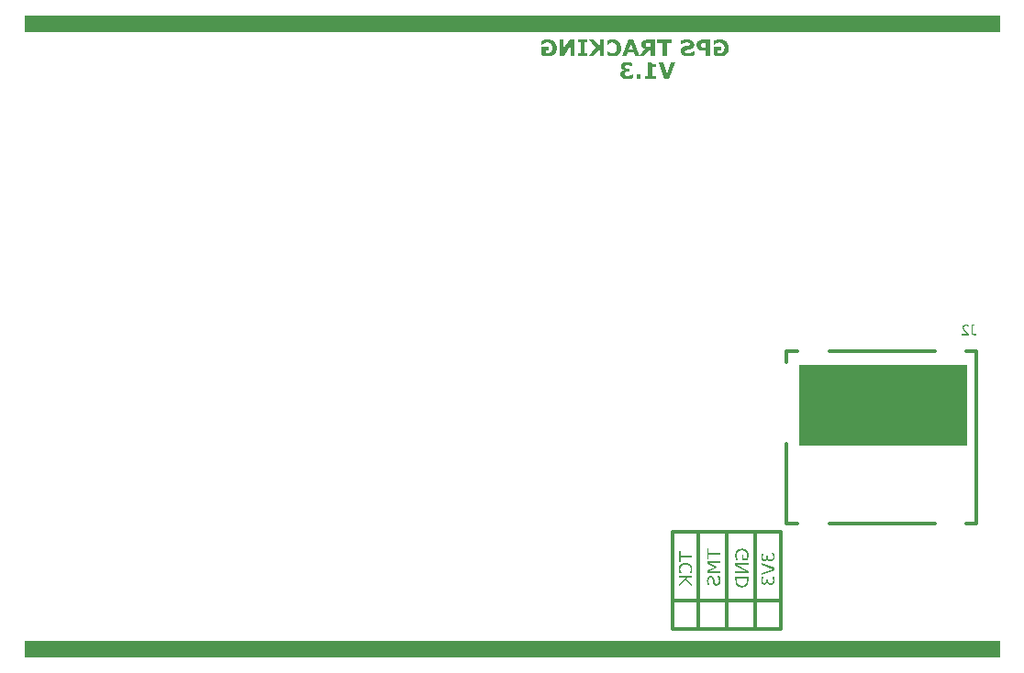
<source format=gbo>
G04 Layer_Color=32896*
%FSTAX24Y24*%
%MOIN*%
G70*
G01*
G75*
%ADD50C,0.0118*%
G36*
X037789Y038583D02*
X037637D01*
Y038774D01*
X037602Y038817D01*
X037427Y038583D01*
X03724D01*
X037481Y038898D01*
X037252Y039171D01*
X037428D01*
X037637Y038905D01*
Y039171D01*
X037789D01*
Y038583D01*
D02*
G37*
G36*
X051262Y028766D02*
X051182D01*
Y028546D01*
Y028539D01*
X051183Y028533D01*
Y028527D01*
X051183Y028522D01*
X051184Y028518D01*
Y028515D01*
X051185Y028513D01*
Y028512D01*
X051186Y028503D01*
X051188Y028498D01*
X051189Y028495D01*
X051191Y028491D01*
X051192Y02849D01*
X051193Y028488D01*
X051193Y028488D01*
X051196Y028484D01*
X051199Y028481D01*
X051206Y028477D01*
X051209Y028475D01*
X051212Y028474D01*
X051213Y028472D01*
X051214D01*
X05122Y028471D01*
X051226Y028469D01*
X051232Y028469D01*
X051237Y028468D01*
X051243Y028468D01*
X051251D01*
X051263Y028468D01*
X051268Y028469D01*
X051272Y028469D01*
X051277Y02847D01*
X05128Y028471D01*
X051282Y028471D01*
X051282D01*
X051292Y028474D01*
X051296Y028475D01*
X0513Y028476D01*
X051303Y028477D01*
X051306Y028478D01*
X051307Y028479D01*
X05131D01*
Y028431D01*
X051304Y028431D01*
X051299Y028429D01*
X051293Y028429D01*
X051288Y028428D01*
X051284Y028428D01*
X051279D01*
X051277Y028427D01*
X051276D01*
X051269Y028426D01*
X051263Y028426D01*
X051257Y028425D01*
X051253D01*
X051249Y028424D01*
X051244D01*
X051235Y028425D01*
X051226Y028426D01*
X05121Y028429D01*
X051196Y028433D01*
X051185Y028438D01*
X05118Y02844D01*
X051175Y028442D01*
X051172Y028445D01*
X051169Y028447D01*
X051166Y028448D01*
X051164Y02845D01*
X051164Y028451D01*
X051163D01*
X051157Y028456D01*
X051153Y028462D01*
X051149Y028468D01*
X051145Y028474D01*
X05114Y028487D01*
X051136Y0285D01*
X051134Y02851D01*
X051133Y028515D01*
Y028519D01*
X051132Y028522D01*
Y028525D01*
Y028527D01*
Y028527D01*
Y028806D01*
X051262D01*
Y028766D01*
D02*
G37*
G36*
X038134Y039182D02*
X038157Y039179D01*
X038178Y039177D01*
X038196Y039173D01*
X038212Y039168D01*
X038217Y039166D01*
X038223Y039165D01*
X038227Y039163D01*
X03823Y039162D01*
X038232Y039161D01*
X038233D01*
X038253Y039153D01*
X038271Y039143D01*
X038288Y039132D01*
X038301Y039123D01*
X038313Y039114D01*
X03832Y039107D01*
X038325Y039103D01*
X038327Y039101D01*
X038341Y039085D01*
X038354Y039068D01*
X038364Y039052D01*
X038373Y039036D01*
X03838Y039023D01*
X038385Y039012D01*
X038387Y039008D01*
X038388Y039006D01*
X038389Y039004D01*
Y039003D01*
X038395Y038981D01*
X0384Y038959D01*
X038404Y038937D01*
X038406Y038918D01*
X038408Y038901D01*
Y038894D01*
X038409Y038887D01*
Y038883D01*
Y038879D01*
Y038877D01*
Y038876D01*
X038408Y038849D01*
X038406Y038824D01*
X038402Y038801D01*
X038398Y038782D01*
X038396Y038773D01*
X038394Y038765D01*
X038392Y038759D01*
X03839Y038754D01*
X038389Y038749D01*
X038389Y038746D01*
X038388Y038744D01*
Y038743D01*
X038379Y038723D01*
X038368Y038704D01*
X038358Y038687D01*
X038348Y038674D01*
X038339Y038662D01*
X038332Y038654D01*
X038327Y038649D01*
X038325Y038647D01*
X03831Y038634D01*
X038293Y038622D01*
X038278Y038612D01*
X038263Y038604D01*
X038249Y038597D01*
X03824Y038593D01*
X038236Y038591D01*
X038233Y03859D01*
X038231Y038589D01*
X03823D01*
X038209Y038583D01*
X038188Y038578D01*
X038167Y038575D01*
X038148Y038573D01*
X038133Y038571D01*
X038126D01*
X038119Y03857D01*
X038093D01*
X038079Y038571D01*
X038068Y038572D01*
X038058Y038573D01*
X03805D01*
X038044Y038574D01*
X038041Y038575D01*
X03804D01*
X03802Y038579D01*
X038011Y038581D01*
X038002Y038583D01*
X037995Y038585D01*
X03799Y038586D01*
X037986Y038587D01*
X037985D01*
X03797Y038591D01*
X037962Y038594D01*
X037956Y038597D01*
X037951Y038599D01*
X037946Y038601D01*
X037945Y038602D01*
X037944D01*
X037928Y038609D01*
X037915Y038614D01*
X037909Y038616D01*
X037904Y038618D01*
X037901Y03862D01*
X0379D01*
Y038761D01*
X037917D01*
X037925Y038754D01*
X037935Y038746D01*
X037939Y038743D01*
X037942Y03874D01*
X037944Y038739D01*
X037945Y038738D01*
X037957Y03873D01*
X037969Y038722D01*
X037973Y038719D01*
X037977Y038716D01*
X037979Y038715D01*
X03798Y038714D01*
X037997Y038705D01*
X038006Y038701D01*
X038014Y038697D01*
X03802Y038695D01*
X038025Y038693D01*
X038029Y038691D01*
X03803D01*
X03805Y038686D01*
X038059Y038686D01*
X038068Y038685D01*
X038074Y038684D01*
X038085D01*
X038106Y038685D01*
X038116Y038686D01*
X038125Y038688D01*
X038133Y038689D01*
X038139Y038691D01*
X038142Y038692D01*
X038143D01*
X038154Y038696D01*
X038164Y038701D01*
X038173Y038707D01*
X038181Y038711D01*
X038187Y038716D01*
X038192Y03872D01*
X038195Y038723D01*
X038196Y038724D01*
X038205Y038733D01*
X038213Y038742D01*
X038219Y038752D01*
X038225Y038761D01*
X03823Y03877D01*
X038233Y038777D01*
X038235Y038781D01*
X038236Y038783D01*
X038241Y038797D01*
X038244Y038812D01*
X038247Y038829D01*
X038249Y038843D01*
X03825Y038856D01*
X038251Y038866D01*
Y03887D01*
Y038873D01*
Y038874D01*
Y038875D01*
X03825Y038894D01*
X038249Y038912D01*
X038246Y038928D01*
X038243Y038941D01*
X038241Y038952D01*
X038239Y038959D01*
X038238Y038964D01*
X038237Y038966D01*
X038231Y03898D01*
X038225Y038991D01*
X038218Y039002D01*
X038213Y03901D01*
X038207Y039017D01*
X038203Y039022D01*
X0382Y039025D01*
X038199Y039026D01*
X03819Y039033D01*
X038181Y039041D01*
X038172Y039047D01*
X038164Y039052D01*
X038157Y039055D01*
X038151Y039057D01*
X038147Y039059D01*
X038146D01*
X038136Y039063D01*
X038124Y039065D01*
X038115Y039067D01*
X038105Y039069D01*
X038096D01*
X038091Y03907D01*
X038085D01*
X038065Y039069D01*
X038055Y039067D01*
X038047Y039066D01*
X038041Y039064D01*
X038035Y039062D01*
X038032Y039061D01*
X038031D01*
X038013Y039055D01*
X038005Y039051D01*
X037998Y039047D01*
X037993Y039044D01*
X037988Y039041D01*
X037985Y03904D01*
X037984Y039039D01*
X03797Y03903D01*
X037963Y039026D01*
X037957Y039022D01*
X037953Y039018D01*
X037949Y039015D01*
X037947Y039014D01*
X037946Y039013D01*
X037935Y039005D01*
X037926Y038998D01*
X03792Y038994D01*
X037919Y038992D01*
X0379D01*
Y039134D01*
X037913Y03914D01*
X037925Y039146D01*
X037931Y039148D01*
X037935Y03915D01*
X037938Y039151D01*
X037939D01*
X037955Y039157D01*
X037963Y03916D01*
X03797Y039163D01*
X037977Y039165D01*
X037982Y039167D01*
X037986Y039168D01*
X037987D01*
X038006Y039173D01*
X038015Y039175D01*
X038023Y039176D01*
X038031Y039177D01*
X038037Y039178D01*
X038041Y039179D01*
X038042D01*
X038065Y039181D01*
X038076Y039182D01*
X038087D01*
X038095Y039183D01*
X038109D01*
X038134Y039182D01*
D02*
G37*
G36*
X036723Y038583D02*
X036584D01*
Y038986D01*
X036335Y038583D01*
X036188D01*
Y039171D01*
X036327D01*
Y038833D01*
X036542Y039171D01*
X036723D01*
Y038583D01*
D02*
G37*
G36*
X039526Y03833D02*
X039528Y038323D01*
X03953Y038317D01*
X039532Y038312D01*
X039534Y038308D01*
X039535Y038307D01*
X039536Y038306D01*
X03954Y0383D01*
X039544Y038295D01*
X039555Y038287D01*
X039559Y038284D01*
X039563Y038283D01*
X039566Y038281D01*
X039567D01*
X039581Y038275D01*
X039594Y038272D01*
X0396Y03827D01*
X039605D01*
X039609Y038269D01*
X03961D01*
X039629Y038267D01*
X039639D01*
X039646Y038266D01*
X039664D01*
Y03817D01*
X03954D01*
Y037859D01*
X039664D01*
Y037756D01*
X039272D01*
Y037859D01*
X039393D01*
Y038346D01*
X039523D01*
X039526Y03833D01*
D02*
G37*
G36*
X040162Y037756D02*
X039993D01*
X039778Y038344D01*
X039934D01*
X040076Y037932D01*
X040217Y038344D01*
X040377D01*
X040162Y037756D01*
D02*
G37*
G36*
X050951Y028813D02*
X050961Y028812D01*
X05097Y028811D01*
X050977Y028809D01*
X050983Y028808D01*
X050987Y028808D01*
X050988Y028807D01*
X050988D01*
X050999Y028804D01*
X051008Y028801D01*
X051016Y028798D01*
X051023Y028796D01*
X051028Y028793D01*
X051033Y028792D01*
X051035Y028791D01*
X051036Y02879D01*
Y028737D01*
X051033D01*
X051024Y028744D01*
X051015Y028749D01*
X051006Y028753D01*
X050998Y028756D01*
X050991Y028758D01*
X050986Y028761D01*
X050983Y028761D01*
X050982Y028762D01*
X050972Y028765D01*
X050963Y028767D01*
X050954Y028769D01*
X050947Y028769D01*
X05094Y02877D01*
X050935Y028771D01*
X050932D01*
X050919Y02877D01*
X050908Y028768D01*
X050899Y028765D01*
X050892Y028763D01*
X050886Y02876D01*
X050881Y028757D01*
X050878Y028755D01*
X050878Y028754D01*
X050871Y028747D01*
X050866Y02874D01*
X050863Y028732D01*
X05086Y028725D01*
X050859Y028718D01*
X050858Y028713D01*
Y028709D01*
Y028709D01*
Y028708D01*
X050859Y028696D01*
X050861Y028685D01*
X050864Y028675D01*
X050867Y028666D01*
X05087Y028659D01*
X050873Y028653D01*
X050876Y02865D01*
X050876Y028649D01*
Y028648D01*
X05088Y028643D01*
X050884Y028637D01*
X050894Y028625D01*
X050905Y028613D01*
X050916Y028601D01*
X050926Y02859D01*
X050931Y028586D01*
X050935Y028582D01*
X050938Y028578D01*
X050941Y028576D01*
X050942Y028575D01*
X050943Y028574D01*
X05096Y028557D01*
X050969Y028549D01*
X050976Y028543D01*
X050982Y028537D01*
X050988Y028532D01*
X050991Y02853D01*
X050991Y028528D01*
X050992D01*
X051002Y02852D01*
X051012Y028512D01*
X05102Y028504D01*
X051028Y028497D01*
X051035Y028491D01*
X051041Y028487D01*
X051044Y028484D01*
X051044Y028483D01*
X051045D01*
Y02843D01*
X050791D01*
Y028474D01*
X050993D01*
X050974Y02849D01*
X050965Y028497D01*
X050957Y028504D01*
X05095Y028511D01*
X050945Y028515D01*
X050941Y028518D01*
X05094Y028519D01*
X050929Y028528D01*
X050919Y028538D01*
X05091Y028547D01*
X050901Y028554D01*
X050894Y028561D01*
X050889Y028567D01*
X050885Y02857D01*
X050884Y028571D01*
X050877Y028578D01*
X050871Y028584D01*
X050865Y028589D01*
X05086Y028594D01*
X050857Y028599D01*
X050854Y028602D01*
X050852Y028603D01*
X050852Y028604D01*
X050843Y028616D01*
X050838Y028621D01*
X050835Y028626D01*
X050832Y028629D01*
X05083Y028633D01*
X050829Y028635D01*
X050828Y028635D01*
X050822Y028648D01*
X050819Y028654D01*
X050817Y028659D01*
X050815Y028664D01*
X050814Y028667D01*
X050812Y02867D01*
Y02867D01*
X050809Y028685D01*
X050808Y028691D01*
X050808Y028698D01*
X050807Y028702D01*
Y028707D01*
Y028709D01*
Y02871D01*
X050808Y028719D01*
X050808Y028728D01*
X050812Y028742D01*
X050817Y028755D01*
X050824Y028766D01*
X05083Y028775D01*
X050835Y028781D01*
X050837Y028783D01*
X050839Y028785D01*
X05084Y028786D01*
X05084D01*
X050846Y028791D01*
X050854Y028795D01*
X050868Y028803D01*
X050883Y028808D01*
X050897Y028811D01*
X050904Y028812D01*
X05091Y028813D01*
X050916Y028814D01*
X050921D01*
X050925Y028814D01*
X050941D01*
X050951Y028813D01*
D02*
G37*
G36*
X039121Y037756D02*
X038973D01*
Y037912D01*
X039121D01*
Y037756D01*
D02*
G37*
G36*
X039068Y038583D02*
X038915D01*
X038873Y038703D01*
X038659D01*
X038617Y038583D01*
X038459D01*
X038677Y039171D01*
X038851D01*
X039068Y038583D01*
D02*
G37*
G36*
X039636D02*
X039484D01*
Y038798D01*
X039415D01*
X039254Y038583D01*
X039069D01*
X039266Y038833D01*
X039246Y038844D01*
X039228Y038856D01*
X039214Y038867D01*
X039202Y038878D01*
X039192Y038887D01*
X039185Y038895D01*
X03918Y0389D01*
X039179Y038902D01*
X039169Y038918D01*
X039161Y038936D01*
X039156Y038954D01*
X039152Y038971D01*
X039151Y038985D01*
X03915Y038992D01*
X039149Y038998D01*
Y039002D01*
Y039006D01*
Y039007D01*
Y039008D01*
X03915Y039026D01*
X039152Y039041D01*
X039155Y039055D01*
X039158Y039066D01*
X039162Y039075D01*
X039166Y039081D01*
X039168Y039086D01*
X039169Y039087D01*
X039177Y039099D01*
X039185Y039108D01*
X039194Y039118D01*
X039202Y039125D01*
X03921Y039131D01*
X039216Y039135D01*
X03922Y039138D01*
X039222Y039139D01*
X039234Y039146D01*
X039247Y039152D01*
X039258Y039155D01*
X039269Y039159D01*
X039278Y039161D01*
X039285Y039163D01*
X03929Y039164D01*
X039292D01*
X039306Y039166D01*
X039322Y039168D01*
X039337Y039169D01*
X03935Y03917D01*
X039363Y039171D01*
X039636D01*
Y038583D01*
D02*
G37*
G36*
X040826Y03918D02*
X040846Y039179D01*
X040865Y039177D01*
X040882Y039173D01*
X0409Y039169D01*
X040915Y039165D01*
X040929Y03916D01*
X040942Y039155D01*
X040954Y03915D01*
X040964Y039145D01*
X040973Y039141D01*
X04098Y039137D01*
X040986Y039133D01*
X04099Y03913D01*
X040993Y039129D01*
X040994Y039129D01*
X041006Y039119D01*
X041018Y039108D01*
X041027Y039097D01*
X041036Y039086D01*
X041043Y039075D01*
X041049Y039063D01*
X041053Y039053D01*
X041057Y039042D01*
X041063Y039024D01*
X041065Y039015D01*
X041066Y039008D01*
Y039003D01*
X041067Y038999D01*
Y038996D01*
Y038995D01*
X041066Y038973D01*
X041062Y038953D01*
X041057Y038935D01*
X04105Y038921D01*
X041045Y038908D01*
X04104Y0389D01*
X041036Y038894D01*
X041035Y038893D01*
Y038892D01*
X041028Y038884D01*
X041021Y038878D01*
X041004Y038864D01*
X040987Y038854D01*
X040969Y038844D01*
X040952Y038836D01*
X040946Y038833D01*
X04094Y038832D01*
X040934Y03883D01*
X04093Y038828D01*
X040928Y038827D01*
X040927D01*
X040903Y03882D01*
X040892Y038817D01*
X040881Y038814D01*
X040873Y038812D01*
X040865Y03881D01*
X040861Y038809D01*
X040859D01*
X040846Y038807D01*
X040832Y038805D01*
X04082Y038802D01*
X040809Y0388D01*
X040801Y038798D01*
X040794Y038796D01*
X04079Y038795D01*
X040788D01*
X040778Y038792D01*
X040768Y038788D01*
X040759Y038784D01*
X040753Y038782D01*
X040748Y038778D01*
X040744Y038776D01*
X040742Y038774D01*
X040741Y038773D01*
X040735Y038768D01*
X040731Y038762D01*
X040728Y038757D01*
X040726Y038752D01*
X040725Y038747D01*
X040724Y038743D01*
Y038741D01*
Y03874D01*
Y038733D01*
X040726Y038727D01*
X040728Y038721D01*
X040729Y038716D01*
X040731Y038713D01*
X040733Y03871D01*
X040734Y03871D01*
X040735Y038709D01*
X040745Y038701D01*
X040754Y038695D01*
X040758Y038693D01*
X040761Y038691D01*
X040763Y03869D01*
X040764D01*
X040776Y038686D01*
X040788Y038685D01*
X040794Y038684D01*
X040798Y038683D01*
X040802D01*
X040816Y038682D01*
X040823D01*
X040828Y038681D01*
X040837D01*
X040857Y038682D01*
X040877Y038684D01*
X040897Y038686D01*
X040913Y03869D01*
X040928Y038694D01*
X040934Y038695D01*
X04094Y038697D01*
X040944Y038698D01*
X040947Y038699D01*
X040949Y0387D01*
X04095D01*
X040971Y038709D01*
X04099Y038717D01*
X041008Y038728D01*
X041024Y038736D01*
X041036Y038745D01*
X041046Y038752D01*
X04105Y038755D01*
X041052Y038757D01*
X041053Y038759D01*
X041071D01*
Y038617D01*
X041035Y038604D01*
X041018Y038598D01*
X041002Y038593D01*
X040989Y038589D01*
X040978Y038587D01*
X040975Y038586D01*
X040972D01*
X040971Y038585D01*
X04097D01*
X040949Y038581D01*
X040926Y038578D01*
X040905Y038575D01*
X040885Y038574D01*
X040868Y038573D01*
X04086Y038572D01*
X040842D01*
X040819Y038573D01*
X040797Y038574D01*
X040777Y038577D01*
X040757Y038581D01*
X04074Y038585D01*
X040724Y038589D01*
X040708Y038594D01*
X040695Y038599D01*
X040682Y038604D01*
X040672Y038609D01*
X040663Y038613D01*
X040655Y038617D01*
X04065Y038621D01*
X040646Y038624D01*
X040643Y038625D01*
X040642Y038626D01*
X040629Y038636D01*
X040618Y038648D01*
X040607Y03866D01*
X040599Y038671D01*
X040592Y038683D01*
X040586Y038695D01*
X040581Y038706D01*
X040578Y038717D01*
X040574Y038728D01*
X040572Y038737D01*
X04057Y038745D01*
X040569Y038753D01*
X040568Y038759D01*
Y038763D01*
Y038766D01*
Y038767D01*
X040569Y038789D01*
X040573Y038809D01*
X040579Y038825D01*
X040584Y038839D01*
X04059Y03885D01*
X040596Y038858D01*
X0406Y038863D01*
X040601Y038865D01*
X040614Y038879D01*
X04063Y038891D01*
X040646Y038902D01*
X040662Y03891D01*
X040678Y038917D01*
X040683Y038919D01*
X040689Y038922D01*
X040694Y038924D01*
X040698Y038925D01*
X0407Y038926D01*
X040701D01*
X040713Y03893D01*
X040725Y038933D01*
X040735Y038936D01*
X040745Y038939D01*
X040753Y038941D01*
X040759Y038942D01*
X040763Y038943D01*
X040764D01*
X040786Y038948D01*
X040797Y038951D01*
X040806Y038953D01*
X040815Y038954D01*
X040821Y038956D01*
X040825Y038957D01*
X040827D01*
X040844Y03896D01*
X040858Y038964D01*
X04087Y038968D01*
X040878Y038972D01*
X040886Y038975D01*
X04089Y038978D01*
X040893Y038979D01*
X040894Y03898D01*
X0409Y038984D01*
X040903Y03899D01*
X040907Y038996D01*
X040909Y039002D01*
X04091Y039007D01*
X040911Y039011D01*
Y039014D01*
Y039015D01*
X04091Y039021D01*
X040909Y039026D01*
X040905Y039034D01*
X040902Y03904D01*
X040901Y039041D01*
Y039042D01*
X040892Y03905D01*
X040882Y039055D01*
X040879Y039057D01*
X040877Y039059D01*
X040875Y03906D01*
X040874D01*
X040861Y039065D01*
X04085Y039068D01*
X040845Y039069D01*
X040841D01*
X040839Y03907D01*
X040838D01*
X040824Y039072D01*
X040812Y039073D01*
X040801D01*
X04078Y039072D01*
X040761Y03907D01*
X040744Y039067D01*
X040728Y039063D01*
X040714Y039059D01*
X040704Y039056D01*
X0407Y039055D01*
X040697Y039055D01*
X040696Y039054D01*
X040695D01*
X040677Y039046D01*
X040659Y039038D01*
X040644Y03903D01*
X040631Y039023D01*
X040622Y039016D01*
X040614Y039011D01*
X040609Y039007D01*
X040607Y039006D01*
X040591D01*
Y039141D01*
X040607Y039147D01*
X040625Y039153D01*
X040641Y039157D01*
X040656Y039162D01*
X04067Y039165D01*
X04068Y039168D01*
X040684Y039169D01*
X040687D01*
X040689Y03917D01*
X04069D01*
X040711Y039174D01*
X040731Y039177D01*
X040752Y039179D01*
X040769Y03918D01*
X040783D01*
X040789Y039181D01*
X040804D01*
X040826Y03918D01*
D02*
G37*
G36*
X037191Y039066D02*
X037095D01*
Y038687D01*
X037191D01*
Y038583D01*
X036847D01*
Y038687D01*
X036943D01*
Y039066D01*
X036847D01*
Y039171D01*
X037191D01*
Y039066D01*
D02*
G37*
G36*
X035776Y039182D02*
X035802Y039179D01*
X035826Y039176D01*
X03585Y03917D01*
X035872Y039164D01*
X035891Y039156D01*
X035909Y039149D01*
X035924Y039141D01*
X035939Y039133D01*
X035951Y039126D01*
X035962Y039118D01*
X035972Y039112D01*
X035978Y039106D01*
X035983Y039103D01*
X035986Y0391D01*
X035987Y039099D01*
X036002Y039082D01*
X036015Y039065D01*
X036026Y039047D01*
X036036Y039029D01*
X036045Y03901D01*
X036051Y038992D01*
X036057Y038974D01*
X036062Y038957D01*
X036066Y03894D01*
X036068Y038926D01*
X03607Y038912D01*
X036072Y038901D01*
Y038891D01*
X036072Y038883D01*
Y03888D01*
Y038878D01*
X036072Y038852D01*
X036069Y038827D01*
X036065Y038804D01*
X036059Y038782D01*
X036053Y038761D01*
X036046Y038743D01*
X036038Y038726D01*
X03603Y03871D01*
X036023Y038697D01*
X036015Y038686D01*
X036007Y038675D01*
X036001Y038667D01*
X035996Y038661D01*
X035992Y038656D01*
X035989Y038653D01*
X035988Y038652D01*
X035972Y038637D01*
X035953Y038625D01*
X035934Y038614D01*
X035915Y038605D01*
X035896Y038597D01*
X035875Y03859D01*
X035856Y038585D01*
X035838Y038581D01*
X035821Y038577D01*
X035804Y038575D01*
X03579Y038573D01*
X035777Y038571D01*
X035767D01*
X035759Y03857D01*
X035752D01*
X035728Y038571D01*
X035705Y038572D01*
X035683Y038575D01*
X035663Y038578D01*
X035647Y03858D01*
X03564Y038582D01*
X035634Y038583D01*
X035629Y038584D01*
X035626D01*
X035624Y038585D01*
X035623D01*
X0356Y03859D01*
X035579Y038596D01*
X03556Y038601D01*
X035545Y038606D01*
X035533Y03861D01*
X035525Y038612D01*
X035519Y038614D01*
X035517Y038615D01*
Y038907D01*
X035789D01*
Y038796D01*
X035671D01*
Y03868D01*
X035678Y038679D01*
X03571D01*
X035728Y03868D01*
X035746Y038681D01*
X035762Y038684D01*
X035777Y038686D01*
X03579Y03869D01*
X035802Y038695D01*
X035814Y0387D01*
X035825Y038705D01*
X035833Y038709D01*
X035841Y038713D01*
X035848Y038718D01*
X035853Y038722D01*
X035857Y038725D01*
X03586Y038728D01*
X035862Y038729D01*
X035863Y03873D01*
X035872Y03874D01*
X03588Y038751D01*
X035887Y038762D01*
X035893Y038775D01*
X035902Y0388D01*
X035908Y038824D01*
X03591Y038834D01*
X035912Y038845D01*
X035913Y038855D01*
X035914Y038862D01*
X035915Y038869D01*
Y038875D01*
Y038878D01*
Y038879D01*
X035914Y038896D01*
X035913Y038912D01*
X03591Y038927D01*
X035907Y038939D01*
X035905Y038949D01*
X035902Y038957D01*
X035901Y038961D01*
X0359Y038963D01*
X035895Y038977D01*
X035888Y038988D01*
X035881Y038998D01*
X035875Y039006D01*
X03587Y039013D01*
X035865Y039019D01*
X035862Y039022D01*
X035861Y039023D01*
X035851Y039031D01*
X035841Y039039D01*
X035831Y039045D01*
X035822Y039051D01*
X035814Y039055D01*
X035808Y039057D01*
X035803Y039058D01*
X035802Y039059D01*
X03579Y039063D01*
X035777Y039067D01*
X035765Y039069D01*
X035753Y03907D01*
X035744Y039071D01*
X035736Y039072D01*
X035717D01*
X035704Y03907D01*
X035694Y039069D01*
X035683Y039067D01*
X035676Y039065D01*
X03567Y039064D01*
X035665Y039062D01*
X035664D01*
X035653Y039059D01*
X035643Y039055D01*
X035633Y039052D01*
X035626Y039049D01*
X035619Y039046D01*
X035614Y039043D01*
X035611Y039042D01*
X03561Y039041D01*
X035595Y039032D01*
X035582Y039024D01*
X035577Y039021D01*
X035573Y039018D01*
X03557Y039016D01*
X035569Y039015D01*
X035555Y039006D01*
X03555Y039002D01*
X035545Y038999D01*
X035541Y038996D01*
X035538Y038995D01*
X035537Y038993D01*
X035519D01*
Y03913D01*
X035543Y039141D01*
X035565Y039151D01*
X035585Y039157D01*
X035603Y039163D01*
X035617Y039168D01*
X035623Y039169D01*
X035628Y039171D01*
X035631Y039172D01*
X035634D01*
X035636Y039173D01*
X035637D01*
X035656Y039177D01*
X035677Y039179D01*
X035695Y03918D01*
X035712Y039182D01*
X035727D01*
X035732Y039183D01*
X035748D01*
X035776Y039182D01*
D02*
G37*
G36*
X042026D02*
X042053Y039179D01*
X042077Y039176D01*
X0421Y03917D01*
X042122Y039164D01*
X042141Y039156D01*
X042159Y039149D01*
X042175Y039141D01*
X042189Y039133D01*
X042202Y039126D01*
X042212Y039118D01*
X042222Y039112D01*
X042229Y039106D01*
X042233Y039103D01*
X042236Y0391D01*
X042237Y039099D01*
X042253Y039082D01*
X042265Y039065D01*
X042277Y039047D01*
X042286Y039029D01*
X042295Y03901D01*
X042302Y038992D01*
X042307Y038974D01*
X042312Y038957D01*
X042316Y03894D01*
X042318Y038926D01*
X04232Y038912D01*
X042322Y038901D01*
Y038891D01*
X042323Y038883D01*
Y03888D01*
Y038878D01*
X042322Y038852D01*
X042319Y038827D01*
X042315Y038804D01*
X042309Y038782D01*
X042304Y038761D01*
X042296Y038743D01*
X042288Y038726D01*
X042281Y03871D01*
X042273Y038697D01*
X042265Y038686D01*
X042257Y038675D01*
X042252Y038667D01*
X042246Y038661D01*
X042242Y038656D01*
X042239Y038653D01*
X042238Y038652D01*
X042222Y038637D01*
X042204Y038625D01*
X042184Y038614D01*
X042165Y038605D01*
X042146Y038597D01*
X042126Y03859D01*
X042107Y038585D01*
X042088Y038581D01*
X042071Y038577D01*
X042055Y038575D01*
X04204Y038573D01*
X042028Y038571D01*
X042017D01*
X04201Y03857D01*
X042003D01*
X041979Y038571D01*
X041956Y038572D01*
X041934Y038575D01*
X041913Y038578D01*
X041897Y03858D01*
X04189Y038582D01*
X041885Y038583D01*
X04188Y038584D01*
X041876D01*
X041874Y038585D01*
X041873D01*
X04185Y03859D01*
X041829Y038596D01*
X041811Y038601D01*
X041795Y038606D01*
X041784Y03861D01*
X041775Y038612D01*
X041769Y038614D01*
X041767Y038615D01*
Y038907D01*
X042039D01*
Y038796D01*
X041921D01*
Y03868D01*
X041928Y038679D01*
X041961D01*
X041979Y03868D01*
X041996Y038681D01*
X042012Y038684D01*
X042027Y038686D01*
X04204Y03869D01*
X042053Y038695D01*
X042064Y0387D01*
X042075Y038705D01*
X042084Y038709D01*
X042091Y038713D01*
X042098Y038718D01*
X042104Y038722D01*
X042108Y038725D01*
X04211Y038728D01*
X042112Y038729D01*
X042113Y03873D01*
X042122Y03874D01*
X042131Y038751D01*
X042137Y038762D01*
X042143Y038775D01*
X042153Y0388D01*
X042158Y038824D01*
X04216Y038834D01*
X042162Y038845D01*
X042163Y038855D01*
X042164Y038862D01*
X042165Y038869D01*
Y038875D01*
Y038878D01*
Y038879D01*
X042164Y038896D01*
X042163Y038912D01*
X04216Y038927D01*
X042158Y038939D01*
X042156Y038949D01*
X042153Y038957D01*
X042152Y038961D01*
X042151Y038963D01*
X042145Y038977D01*
X042138Y038988D01*
X042132Y038998D01*
X042126Y039006D01*
X04212Y039013D01*
X042115Y039019D01*
X042112Y039022D01*
X042111Y039023D01*
X042102Y039031D01*
X042091Y039039D01*
X042082Y039045D01*
X042072Y039051D01*
X042064Y039055D01*
X042059Y039057D01*
X042054Y039058D01*
X042053Y039059D01*
X04204Y039063D01*
X042028Y039067D01*
X042015Y039069D01*
X042004Y03907D01*
X041994Y039071D01*
X041986Y039072D01*
X041967D01*
X041955Y03907D01*
X041944Y039069D01*
X041934Y039067D01*
X041926Y039065D01*
X04192Y039064D01*
X041915Y039062D01*
X041914D01*
X041903Y039059D01*
X041893Y039055D01*
X041884Y039052D01*
X041876Y039049D01*
X041869Y039046D01*
X041864Y039043D01*
X041862Y039042D01*
X041861Y039041D01*
X041845Y039032D01*
X041833Y039024D01*
X041827Y039021D01*
X041823Y039018D01*
X04182Y039016D01*
X041819Y039015D01*
X041805Y039006D01*
X0418Y039002D01*
X041795Y038999D01*
X041791Y038996D01*
X041789Y038995D01*
X041788Y038993D01*
X041769D01*
Y03913D01*
X041793Y039141D01*
X041815Y039151D01*
X041836Y039157D01*
X041853Y039163D01*
X041867Y039168D01*
X041873Y039169D01*
X041878Y039171D01*
X041882Y039172D01*
X041885D01*
X041887Y039173D01*
X041887D01*
X041907Y039177D01*
X041927Y039179D01*
X041945Y03918D01*
X041962Y039182D01*
X041977D01*
X041983Y039183D01*
X041998D01*
X042026Y039182D01*
D02*
G37*
G36*
X040246Y039057D02*
X040063D01*
Y038583D01*
X039911D01*
Y039057D01*
X039727D01*
Y039171D01*
X040246D01*
Y039057D01*
D02*
G37*
G36*
X041632Y038583D02*
X04148D01*
Y038774D01*
X041386D01*
X041363Y038775D01*
X041342Y038777D01*
X041323Y03878D01*
X041308Y038783D01*
X041296Y038785D01*
X041286Y038788D01*
X04128Y03879D01*
X041278Y038791D01*
X041263Y038799D01*
X041247Y038808D01*
X041235Y038816D01*
X041223Y038825D01*
X041214Y038833D01*
X041206Y038838D01*
X041202Y038842D01*
X0412Y038844D01*
X041191Y038854D01*
X041183Y038864D01*
X041176Y038875D01*
X041171Y038884D01*
X041167Y038893D01*
X041164Y038901D01*
X041162Y038905D01*
X041161Y038907D01*
X041156Y038921D01*
X041152Y038935D01*
X04115Y038948D01*
X041148Y03896D01*
X041148Y03897D01*
X041147Y038978D01*
Y038982D01*
Y038984D01*
X041148Y039003D01*
X041149Y03902D01*
X041152Y039034D01*
X041156Y039047D01*
X04116Y039057D01*
X041163Y039065D01*
X041165Y03907D01*
X041166Y039072D01*
X041173Y039085D01*
X041182Y039097D01*
X041192Y039106D01*
X0412Y039115D01*
X041208Y039122D01*
X041215Y039128D01*
X041219Y03913D01*
X041221Y039131D01*
X041244Y039144D01*
X041254Y039149D01*
X041265Y039154D01*
X041274Y039156D01*
X041281Y039158D01*
X041286Y03916D01*
X041288D01*
X041303Y039164D01*
X041319Y039166D01*
X041335Y039168D01*
X041349Y03917D01*
X041363D01*
X041373Y039171D01*
X041632D01*
Y038583D01*
D02*
G37*
G36*
X038648Y038356D02*
X038669Y038355D01*
X038688Y038353D01*
X038705Y038351D01*
X038719Y038348D01*
X038726Y038347D01*
X038731Y038346D01*
X038734Y038345D01*
X038737D01*
X038739Y038344D01*
X03874D01*
X03876Y038339D01*
X038778Y038334D01*
X038792Y038331D01*
X038805Y038327D01*
X038814Y038324D01*
X038822Y038321D01*
X038826Y03832D01*
X038828Y038319D01*
Y038192D01*
X038813D01*
X038798Y038201D01*
X038783Y038208D01*
X038769Y038213D01*
X038756Y038219D01*
X038745Y038223D01*
X038737Y038226D01*
X038731Y038227D01*
X03873Y038228D01*
X038713Y038233D01*
X038698Y038235D01*
X038684Y038238D01*
X038672Y038239D01*
X038662Y03824D01*
X038655Y038241D01*
X038636D01*
X038625Y03824D01*
X03862Y038239D01*
X038616D01*
X038613Y038238D01*
X038612D01*
X038598Y038236D01*
X038591Y038234D01*
X038586Y038233D01*
X038582Y038232D01*
X038579Y03823D01*
X038577Y038229D01*
X038576D01*
X038566Y038224D01*
X038559Y038218D01*
X038555Y038213D01*
X038553Y038212D01*
Y038211D01*
X038547Y038203D01*
X038544Y038193D01*
X038543Y038189D01*
Y038186D01*
Y038185D01*
Y038184D01*
Y038175D01*
X038545Y038168D01*
X038546Y038161D01*
X038548Y038157D01*
X03855Y038152D01*
X038551Y038149D01*
X038553Y038148D01*
Y038147D01*
X03856Y038138D01*
X038569Y038133D01*
X038573Y03813D01*
X038576Y038128D01*
X038578Y038127D01*
X038579D01*
X038592Y038123D01*
X038605Y03812D01*
X03861Y038119D01*
X038615Y038118D01*
X038619D01*
X038637Y038117D01*
X038647D01*
X038656Y038116D01*
X038707D01*
Y038012D01*
X038641D01*
X038634Y038011D01*
X038625D01*
X038615Y03801D01*
X038606D01*
X038598Y038008D01*
X038591Y038007D01*
X038585Y038006D01*
X038582Y038005D01*
X038579Y038004D01*
X038578D01*
X038564Y037998D01*
X038555Y03799D01*
X038551Y037988D01*
X038548Y037985D01*
X038547Y037984D01*
X038546Y037983D01*
X038542Y037977D01*
X038538Y037971D01*
X038535Y037958D01*
X038534Y037952D01*
X038534Y037947D01*
Y037944D01*
Y037943D01*
Y037934D01*
X038535Y037926D01*
X038536Y037918D01*
X038538Y037913D01*
X03854Y037908D01*
X038541Y037905D01*
X038543Y037903D01*
Y037902D01*
X038551Y037892D01*
X038558Y037886D01*
X038563Y037881D01*
X038565Y037879D01*
X038566D01*
X038581Y03787D01*
X038596Y037865D01*
X038602Y037864D01*
X038607Y037863D01*
X03861Y037862D01*
X038611D01*
X038631Y03786D01*
X038639D01*
X038646Y037859D01*
X038661D01*
X038677Y03786D01*
X038691Y037861D01*
X038707Y037864D01*
X03872Y037866D01*
X038731Y037868D01*
X038741Y037871D01*
X038747Y037872D01*
X038748Y037873D01*
X038749D01*
X038766Y037879D01*
X038781Y037886D01*
X038795Y037891D01*
X038806Y037897D01*
X038816Y037902D01*
X038824Y037906D01*
X038828Y037909D01*
X03883Y03791D01*
X038845D01*
Y03778D01*
X038831Y037775D01*
X038818Y03777D01*
X038804Y037766D01*
X03879Y037762D01*
X038779Y037759D01*
X038769Y037757D01*
X038765Y037756D01*
X038762D01*
X038761Y037755D01*
X03876D01*
X03874Y037751D01*
X038718Y037748D01*
X038697Y037746D01*
X038678Y037745D01*
X03866Y037744D01*
X038653Y037743D01*
X038634D01*
X038611Y037744D01*
X03859Y037745D01*
X038572Y037747D01*
X038557Y03775D01*
X038543Y037752D01*
X038534Y037754D01*
X038531Y037755D01*
X038528D01*
X038527Y037756D01*
X038526D01*
X03851Y037762D01*
X038494Y037767D01*
X038482Y037774D01*
X03847Y03778D01*
X03846Y037786D01*
X038454Y037791D01*
X03845Y037793D01*
X038448Y037794D01*
X038436Y037805D01*
X038426Y037815D01*
X038417Y037825D01*
X038411Y037835D01*
X038405Y037843D01*
X038401Y03785D01*
X038399Y037854D01*
X038398Y037856D01*
X038392Y037869D01*
X038388Y037884D01*
X038385Y037896D01*
X038383Y037909D01*
X038382Y037918D01*
X038381Y037927D01*
Y037932D01*
Y037934D01*
Y037947D01*
X038383Y037959D01*
X038385Y037968D01*
X038386Y037977D01*
X038388Y037984D01*
X03839Y037988D01*
X038391Y037991D01*
X038392Y037992D01*
X038402Y038008D01*
X038407Y038014D01*
X038411Y03802D01*
X038416Y038025D01*
X03842Y038029D01*
X038422Y038031D01*
X038423Y038032D01*
X038437Y038042D01*
X038451Y038049D01*
X038457Y038052D01*
X038461Y038054D01*
X038464Y038055D01*
X038465D01*
X038482Y038061D01*
X038488Y038062D01*
X038495Y038063D01*
X0385Y038065D01*
X038504D01*
X038507Y038066D01*
X038508D01*
Y038072D01*
X038489Y038077D01*
X038474Y038085D01*
X03846Y038092D01*
X038448Y038101D01*
X038439Y038109D01*
X038433Y038115D01*
X038428Y038119D01*
X038427Y038121D01*
X038416Y038135D01*
X038409Y038151D01*
X038404Y038165D01*
X0384Y03818D01*
X038398Y038191D01*
X038396Y0382D01*
Y038204D01*
Y038207D01*
Y038208D01*
Y038209D01*
X038397Y038222D01*
X038399Y038234D01*
X038401Y038245D01*
X038404Y038255D01*
X038408Y038262D01*
X03841Y038268D01*
X038411Y038272D01*
X038412Y038273D01*
X038419Y038283D01*
X038427Y038292D01*
X038435Y038301D01*
X038442Y038308D01*
X038449Y038313D01*
X038455Y038317D01*
X038459Y03832D01*
X03846Y038321D01*
X038471Y038327D01*
X038483Y038332D01*
X038494Y038335D01*
X038505Y038339D01*
X038515Y038342D01*
X038523Y038344D01*
X038528Y038346D01*
X03853D01*
X038546Y03835D01*
X038562Y038352D01*
X038579Y038354D01*
X038594Y038356D01*
X038607D01*
X038617Y038357D01*
X038627D01*
X038648Y038356D01*
D02*
G37*
G36*
X041986Y019668D02*
X041992Y019652D01*
X041996Y019639D01*
X042Y019626D01*
X042003Y019616D01*
X042006Y019608D01*
X042006Y019605D01*
Y019603D01*
X042007Y019602D01*
Y019601D01*
X04201Y019586D01*
X042012Y01957D01*
X042014Y019554D01*
X042015Y01954D01*
X042016Y019528D01*
X042016Y019523D01*
Y019518D01*
Y019514D01*
Y019512D01*
Y01951D01*
Y01951D01*
X042016Y019493D01*
X042015Y019477D01*
X042013Y019463D01*
X042011Y019451D01*
X042009Y019442D01*
X042007Y019435D01*
X042006Y019431D01*
X042006Y019429D01*
X042001Y019417D01*
X041996Y019405D01*
X04199Y019395D01*
X041986Y019387D01*
X041981Y01938D01*
X041977Y019374D01*
X041975Y019371D01*
X041974Y01937D01*
X041966Y019361D01*
X041959Y019354D01*
X041951Y019348D01*
X041944Y019343D01*
X041938Y019339D01*
X041933Y019336D01*
X04193Y019335D01*
X041929Y019334D01*
X041919Y019329D01*
X041909Y019326D01*
X0419Y019324D01*
X041891Y019322D01*
X041884Y019321D01*
X041879Y019321D01*
X041874D01*
X041857Y019321D01*
X04184Y019325D01*
X041827Y019329D01*
X041816Y019334D01*
X041807Y019339D01*
X041801Y019343D01*
X041797Y019346D01*
X041796Y019348D01*
X041786Y019358D01*
X041777Y019371D01*
X04177Y019384D01*
X041764Y019397D01*
X04176Y019408D01*
X041758Y019414D01*
X041756Y019418D01*
X041755Y019421D01*
X041754Y019424D01*
X041754Y019426D01*
Y019427D01*
X041751Y019437D01*
X041749Y019447D01*
X041747Y019457D01*
X041744Y019467D01*
X041743Y019477D01*
X041741Y019483D01*
X041741Y019488D01*
Y019489D01*
Y01949D01*
X041738Y019503D01*
X041736Y019514D01*
X041734Y019523D01*
X041733Y019532D01*
X041731Y019538D01*
X041731Y019543D01*
X04173Y019546D01*
Y019546D01*
X041726Y01956D01*
X041722Y019571D01*
X041718Y01958D01*
X041714Y019588D01*
X04171Y019593D01*
X041707Y019597D01*
X041705Y019599D01*
X041705Y0196D01*
X041698Y019605D01*
X04169Y019609D01*
X041682Y019611D01*
X041675Y019613D01*
X041668Y019614D01*
X041663Y019615D01*
X041658D01*
X041647Y019613D01*
X041636Y01961D01*
X041627Y019606D01*
X041619Y019599D01*
X041613Y019594D01*
X041609Y019589D01*
X041605Y019586D01*
X041605Y019585D01*
X041598Y019573D01*
X041592Y01956D01*
X041589Y019546D01*
X041585Y019533D01*
X041584Y019522D01*
X041583Y019513D01*
Y019509D01*
Y019507D01*
Y019505D01*
Y019504D01*
X041584Y019487D01*
X041585Y019471D01*
X041588Y019456D01*
X041591Y019443D01*
X041594Y019431D01*
X041595Y019427D01*
X041596Y019423D01*
X041597Y01942D01*
X041598Y019417D01*
X041599Y019416D01*
Y019415D01*
X041605Y0194D01*
X041611Y019386D01*
X041617Y019374D01*
X041623Y019364D01*
X041628Y019355D01*
X041632Y019349D01*
X041635Y019346D01*
X041636Y019344D01*
Y01934D01*
X041562D01*
X041558Y019352D01*
X041553Y019365D01*
X041549Y019378D01*
X041546Y019389D01*
X041543Y019399D01*
X041541Y019407D01*
X04154Y01941D01*
Y019412D01*
X041539Y019413D01*
Y019414D01*
X041536Y01943D01*
X041533Y019445D01*
X041532Y01946D01*
X041531Y019474D01*
X04153Y019487D01*
X041529Y019491D01*
Y019496D01*
Y0195D01*
Y019502D01*
Y019503D01*
Y019504D01*
X04153Y019518D01*
X041531Y019532D01*
X041536Y019556D01*
X041539Y019568D01*
X041542Y019578D01*
X041545Y019588D01*
X041549Y019596D01*
X041552Y019604D01*
X041556Y019611D01*
X041559Y019617D01*
X041562Y019622D01*
X041564Y019626D01*
X041566Y019629D01*
X041567Y01963D01*
X041568Y019631D01*
X041575Y019639D01*
X041582Y019647D01*
X041591Y019654D01*
X041599Y019659D01*
X041607Y019664D01*
X041615Y019668D01*
X04163Y019674D01*
X041644Y019678D01*
X04165Y019679D01*
X041655Y019679D01*
X041659Y01968D01*
X041665D01*
X041683Y019679D01*
X041699Y019676D01*
X041713Y019671D01*
X041725Y019665D01*
X041734Y019659D01*
X041741Y019655D01*
X041746Y019652D01*
X041748Y01965D01*
X041759Y019638D01*
X041768Y019623D01*
X041776Y019608D01*
X041782Y019593D01*
X041787Y019579D01*
X041789Y019573D01*
X041791Y019568D01*
X041791Y019564D01*
X041792Y019561D01*
X041793Y019559D01*
Y019558D01*
X041795Y019546D01*
X041797Y019536D01*
X041799Y019526D01*
X041801Y019517D01*
X041802Y01951D01*
X041803Y019504D01*
X041804Y019501D01*
Y0195D01*
X041805Y01949D01*
X041807Y01948D01*
X041808Y019471D01*
X04181Y019464D01*
X041811Y019457D01*
X041813Y019452D01*
X041814Y019449D01*
Y019448D01*
X041817Y019437D01*
X04182Y019427D01*
X041825Y01942D01*
X041829Y019413D01*
X041832Y019407D01*
X041835Y019404D01*
X041837Y019402D01*
X041837Y019401D01*
X041844Y019396D01*
X04185Y019392D01*
X041858Y01939D01*
X041866Y019388D01*
X041872Y019387D01*
X041877Y019386D01*
X04189D01*
X041896Y019388D01*
X041907Y019391D01*
X041917Y019397D01*
X041926Y019402D01*
X041933Y019408D01*
X041937Y019414D01*
X04194Y019417D01*
X041941Y019418D01*
Y019419D01*
X041948Y019432D01*
X041953Y019447D01*
X041957Y019461D01*
X041959Y019476D01*
X041961Y019489D01*
X041962Y019494D01*
X041963Y0195D01*
Y019503D01*
Y019507D01*
Y019508D01*
Y019509D01*
X041962Y019524D01*
X04196Y01954D01*
X041957Y019555D01*
X041954Y019569D01*
X041952Y01958D01*
X04195Y019585D01*
X041949Y019589D01*
X041948Y019593D01*
X041947Y019595D01*
X041946Y019596D01*
Y019597D01*
X04194Y019614D01*
X041933Y019629D01*
X041925Y019643D01*
X041917Y019656D01*
X04191Y019666D01*
X041905Y019673D01*
X041903Y019676D01*
X041902Y019678D01*
X0419Y019679D01*
Y019679D01*
Y019683D01*
X041979D01*
X041986Y019668D01*
D02*
G37*
G36*
X04057Y020422D02*
X040984D01*
Y02036D01*
X04057D01*
Y020192D01*
X040514D01*
Y020591D01*
X04057D01*
Y020422D01*
D02*
G37*
G36*
X042819Y020669D02*
X042839Y020666D01*
X042858Y020664D01*
X042874Y02066D01*
X042881Y020659D01*
X042887Y020657D01*
X042892Y020655D01*
X042896Y020655D01*
X0429Y020653D01*
X042902Y020652D01*
X042904Y020652D01*
X042905D01*
X042921Y020645D01*
X042936Y020636D01*
X042949Y020628D01*
X04296Y02062D01*
X042969Y020612D01*
X042975Y020607D01*
X042979Y020603D01*
X042981Y020602D01*
X042992Y020589D01*
X043001Y020576D01*
X043009Y020563D01*
X043015Y020551D01*
X043021Y02054D01*
X043024Y020532D01*
X043025Y020529D01*
X043026Y020526D01*
X043027Y020525D01*
Y020524D01*
X043032Y020506D01*
X043035Y020489D01*
X043038Y020472D01*
X04304Y020456D01*
X043041Y020443D01*
Y020437D01*
X043041Y020432D01*
Y020428D01*
Y020425D01*
Y020424D01*
Y020423D01*
X043041Y020407D01*
X043039Y020391D01*
X043038Y020377D01*
X043035Y020363D01*
X043032Y020352D01*
X043032Y020347D01*
X043031Y020343D01*
X04303Y02034D01*
X043029Y020338D01*
X043028Y020336D01*
Y020335D01*
X043023Y020318D01*
X043018Y020302D01*
X043013Y020288D01*
X043008Y020275D01*
X043004Y020265D01*
X043001Y020257D01*
X042999Y020254D01*
X042998Y020252D01*
X042998Y020251D01*
Y02025D01*
X042796D01*
Y020438D01*
X042851D01*
Y020312D01*
X042967D01*
X042973Y020331D01*
X042976Y020339D01*
X042978Y020347D01*
X04298Y020355D01*
X042982Y020361D01*
X042982Y020364D01*
Y020366D01*
X042985Y020388D01*
X042986Y020398D01*
X042987Y020407D01*
X042988Y020415D01*
Y02042D01*
Y020424D01*
Y020426D01*
X042987Y020441D01*
X042985Y020455D01*
X042983Y020469D01*
X04298Y020481D01*
X042976Y020493D01*
X042972Y020503D01*
X042967Y020513D01*
X042962Y020522D01*
X042958Y02053D01*
X042953Y020537D01*
X042949Y020543D01*
X042945Y020548D01*
X042942Y020552D01*
X042939Y020554D01*
X042938Y020556D01*
X042937Y020556D01*
X042927Y020565D01*
X042916Y020572D01*
X042905Y020579D01*
X042893Y020584D01*
X042882Y020589D01*
X042869Y020592D01*
X042847Y020598D01*
X042836Y0206D01*
X042826Y020602D01*
X042818Y020602D01*
X04281Y020603D01*
X042803Y020604D01*
X042795D01*
X04278Y020603D01*
X042764Y020602D01*
X04275Y0206D01*
X042737Y020597D01*
X042725Y020593D01*
X042714Y020589D01*
X042704Y020586D01*
X042694Y020581D01*
X042686Y020577D01*
X042679Y020573D01*
X042673Y020569D01*
X042667Y020566D01*
X042664Y020563D01*
X042661Y020561D01*
X042659Y020559D01*
X042658Y020559D01*
X042649Y020549D01*
X042641Y02054D01*
X042634Y02053D01*
X042628Y02052D01*
X042624Y02051D01*
X042619Y020499D01*
X042613Y020479D01*
X042611Y02047D01*
X04261Y020461D01*
X042608Y020453D01*
X042608Y020447D01*
X042607Y020441D01*
Y020437D01*
Y020434D01*
Y020434D01*
Y02042D01*
X042608Y020409D01*
X042609Y020398D01*
X04261Y020389D01*
X042611Y020381D01*
X042613Y020375D01*
X042614Y020372D01*
Y020371D01*
X042616Y020361D01*
X042619Y020351D01*
X042621Y020343D01*
X042624Y020335D01*
X042626Y02033D01*
X042628Y020325D01*
X042629Y020322D01*
X04263Y020321D01*
X042637Y020308D01*
X04264Y020301D01*
X042644Y020296D01*
X042646Y020291D01*
X042648Y020288D01*
X04265Y020285D01*
X042651Y020285D01*
X042655Y020278D01*
X042659Y020272D01*
X042662Y020268D01*
X042664Y020263D01*
X042667Y02026D01*
X042668Y020258D01*
X04267Y020257D01*
Y020256D01*
Y02025D01*
X042596D01*
X042588Y020268D01*
X042581Y020285D01*
X042575Y0203D01*
X042571Y020314D01*
X042568Y020324D01*
X042566Y020329D01*
X042565Y020333D01*
X042564Y020336D01*
Y020338D01*
X042563Y02034D01*
Y020341D01*
X04256Y020356D01*
X042557Y020371D01*
X042555Y020385D01*
X042555Y020397D01*
X042554Y020408D01*
X042553Y020416D01*
Y020419D01*
Y020421D01*
Y020422D01*
Y020423D01*
X042554Y020443D01*
X042556Y020463D01*
X042559Y020482D01*
X042563Y0205D01*
X042568Y020516D01*
X042574Y020531D01*
X04258Y020544D01*
X042586Y020556D01*
X042592Y020567D01*
X042598Y020577D01*
X042604Y020585D01*
X042609Y020592D01*
X042613Y020597D01*
X042616Y020601D01*
X042618Y020603D01*
X042619Y020604D01*
X042632Y020616D01*
X042645Y020626D01*
X04266Y020634D01*
X042674Y020642D01*
X042689Y020648D01*
X042704Y020653D01*
X042718Y020658D01*
X042732Y020661D01*
X042745Y020664D01*
X042757Y020665D01*
X042769Y020667D01*
X042778Y020669D01*
X042786D01*
X042792Y020669D01*
X042796D01*
X042819Y020669D01*
D02*
G37*
G36*
X042008Y020149D02*
X041603D01*
X041878Y02002D01*
Y019982D01*
X041603Y019851D01*
X042008D01*
Y019788D01*
X041538D01*
Y019875D01*
X0418Y019997D01*
X041538Y020122D01*
Y020208D01*
X042008D01*
Y020149D01*
D02*
G37*
G36*
X040772Y020155D02*
X040793Y020154D01*
X040811Y02015D01*
X040827Y020147D01*
X040834Y020146D01*
X04084Y020144D01*
X040845Y020143D01*
X040849Y020141D01*
X040853Y020141D01*
X040855Y02014D01*
X040857Y020139D01*
X040858D01*
X040874Y020132D01*
X040889Y020124D01*
X040902Y020117D01*
X040913Y020109D01*
X040921Y020102D01*
X040928Y020097D01*
X040932Y020094D01*
X040934Y020092D01*
X040944Y02008D01*
X040954Y020068D01*
X040961Y020055D01*
X040967Y020044D01*
X040973Y020034D01*
X040976Y020026D01*
X040977Y020023D01*
X040978Y020021D01*
X040979Y02002D01*
Y020019D01*
X040983Y020003D01*
X040987Y019987D01*
X04099Y019972D01*
X040991Y019957D01*
X040992Y019945D01*
Y019939D01*
X040993Y019935D01*
Y019931D01*
Y019929D01*
Y019927D01*
Y019926D01*
Y019916D01*
X040992Y019907D01*
X040991Y019899D01*
X04099Y019891D01*
X04099Y019885D01*
X040989Y01988D01*
X040988Y019877D01*
Y019876D01*
X040985Y01986D01*
X040983Y019852D01*
X040982Y019846D01*
X04098Y019841D01*
X04098Y019837D01*
X040979Y019835D01*
Y019834D01*
X040976Y019826D01*
X040974Y019819D01*
X040971Y019813D01*
X040969Y019808D01*
X040967Y019803D01*
X040966Y0198D01*
X040965Y019799D01*
Y019798D01*
X04096Y019786D01*
X040955Y019776D01*
X040954Y019772D01*
X040952Y019769D01*
X04095Y019766D01*
Y019766D01*
X040877D01*
Y01977D01*
X040887Y019783D01*
X040897Y019796D01*
X040905Y019809D01*
X040912Y01982D01*
X040917Y01983D01*
X040921Y019838D01*
X040922Y019841D01*
X040923Y019843D01*
X040924Y019844D01*
Y019845D01*
X040929Y019859D01*
X040933Y019875D01*
X040935Y019889D01*
X040937Y019902D01*
X040938Y019913D01*
X040939Y019922D01*
Y019925D01*
Y019927D01*
Y019929D01*
Y019929D01*
X040938Y019942D01*
X040937Y019952D01*
X040936Y019963D01*
X040934Y019972D01*
X040931Y01998D01*
X04093Y019986D01*
X040929Y01999D01*
X040928Y019992D01*
X040924Y020002D01*
X040918Y020011D01*
X040912Y020021D01*
X040907Y020028D01*
X040901Y020035D01*
X040897Y020039D01*
X040894Y020042D01*
X040894Y020043D01*
X040884Y020051D01*
X040875Y020058D01*
X040865Y020064D01*
X040857Y020068D01*
X040848Y020072D01*
X040842Y020075D01*
X040838Y020077D01*
X040836Y020078D01*
X040822Y020082D01*
X040808Y020085D01*
X040793Y020088D01*
X04078Y020089D01*
X040768Y02009D01*
X040763D01*
X040759Y020091D01*
X040751D01*
X040733Y02009D01*
X040718Y020089D01*
X040703Y020087D01*
X040691Y020084D01*
X040681Y020083D01*
X040673Y020081D01*
X040671Y02008D01*
X040669D01*
X040668Y020079D01*
X040667D01*
X040654Y020074D01*
X040642Y020068D01*
X040633Y020063D01*
X040623Y020057D01*
X040616Y020052D01*
X040612Y020048D01*
X040608Y020045D01*
X040607Y020045D01*
X040599Y020036D01*
X040591Y020027D01*
X040585Y020018D01*
X04058Y020011D01*
X040576Y020004D01*
X040573Y019998D01*
X040572Y019995D01*
X040571Y019994D01*
X040567Y019983D01*
X040564Y019972D01*
X040563Y019961D01*
X040561Y019951D01*
X04056Y019942D01*
X04056Y019935D01*
Y019931D01*
Y01993D01*
Y019929D01*
X04056Y019913D01*
X040562Y019899D01*
X040564Y019885D01*
X040567Y019872D01*
X04057Y019862D01*
X040573Y019855D01*
X040573Y019852D01*
X040574Y019849D01*
X040575Y019849D01*
Y019848D01*
X040581Y019833D01*
X040588Y019819D01*
X040596Y019806D01*
X040603Y019795D01*
X04061Y019785D01*
X040616Y019778D01*
X040618Y019775D01*
X040619Y019773D01*
X040621Y019772D01*
Y019771D01*
Y019766D01*
X040547D01*
X04054Y019783D01*
X040533Y019799D01*
X040527Y019813D01*
X040523Y019826D01*
X040519Y019836D01*
X040517Y019843D01*
X040516Y019846D01*
Y019849D01*
X040515Y019849D01*
Y01985D01*
X040512Y019864D01*
X04051Y019878D01*
X040508Y019891D01*
X040507Y019902D01*
Y019912D01*
X040506Y019919D01*
Y019922D01*
Y019924D01*
Y019925D01*
Y019925D01*
X040507Y019945D01*
X040508Y019962D01*
X040511Y019978D01*
X040513Y019992D01*
X040517Y020004D01*
X040518Y020008D01*
X04052Y020012D01*
X04052Y020015D01*
X040521Y020018D01*
X040522Y020019D01*
Y02002D01*
X040529Y020035D01*
X040536Y020049D01*
X040543Y020061D01*
X040551Y020072D01*
X040558Y020081D01*
X040563Y020087D01*
X040567Y020091D01*
X040569Y020092D01*
X040581Y020103D01*
X040594Y020113D01*
X040607Y020121D01*
X040619Y020127D01*
X04063Y020133D01*
X040639Y020137D01*
X040642Y020138D01*
X040644Y020139D01*
X040646Y02014D01*
X040646D01*
X040664Y020145D01*
X040682Y020149D01*
X040699Y020152D01*
X040715Y020154D01*
X040729Y020155D01*
X040735D01*
X04074Y020156D01*
X04075D01*
X040772Y020155D01*
D02*
G37*
G36*
X040984Y019614D02*
X040825D01*
X040775Y019567D01*
X040984Y019381D01*
Y0193D01*
X040735Y01952D01*
X040514Y01931D01*
Y019386D01*
X040759Y019614D01*
X040514D01*
Y019676D01*
X040984D01*
Y019614D01*
D02*
G37*
G36*
X041593Y020501D02*
X042008D01*
Y020439D01*
X041593D01*
Y020271D01*
X041538D01*
Y020669D01*
X041593D01*
Y020501D01*
D02*
G37*
G36*
X052165Y016732D02*
X016732Y016732D01*
X016732Y016732D01*
Y017323D01*
X052165D01*
Y016732D01*
D02*
G37*
G36*
X043961Y020503D02*
X043965Y020492D01*
X043968Y020482D01*
X043971Y020472D01*
X043973Y020463D01*
X043976Y020457D01*
X043976Y020452D01*
X043977Y020451D01*
Y02045D01*
X04398Y020436D01*
X043983Y020422D01*
X043984Y020409D01*
X043985Y020397D01*
X043986Y020387D01*
X043986Y02038D01*
Y020377D01*
Y020374D01*
Y020374D01*
Y020373D01*
X043986Y020359D01*
X043985Y020346D01*
X043983Y020334D01*
X043981Y020324D01*
X043979Y020315D01*
X043978Y020308D01*
X043977Y020304D01*
X043976Y020303D01*
X043972Y020291D01*
X043966Y020281D01*
X043961Y020271D01*
X043956Y020263D01*
X043951Y020256D01*
X043947Y020251D01*
X043944Y020248D01*
X043943Y020247D01*
X043936Y020239D01*
X043927Y020233D01*
X04392Y020228D01*
X043913Y020223D01*
X043906Y020219D01*
X043901Y020217D01*
X043898Y020215D01*
X043896Y020215D01*
X043887Y020211D01*
X043876Y020208D01*
X043866Y020205D01*
X043857Y020204D01*
X043849Y020203D01*
X043843Y020202D01*
X043837D01*
X043826Y020203D01*
X043816Y020204D01*
X043807Y020205D01*
X043799Y020207D01*
X043793Y020209D01*
X043789Y020211D01*
X043786Y020212D01*
X043785Y020212D01*
X043777Y020216D01*
X043771Y020221D01*
X043765Y020225D01*
X04376Y020228D01*
X043756Y020232D01*
X043753Y020235D01*
X043751Y020237D01*
X043751Y020238D01*
X043742Y020248D01*
X043736Y020259D01*
X043734Y020264D01*
X043732Y020268D01*
X043731Y02027D01*
Y020271D01*
X043725Y020284D01*
X043724Y02029D01*
X043722Y020295D01*
X043721Y020299D01*
Y020302D01*
X04372Y020304D01*
Y020305D01*
X043715D01*
X043711Y020291D01*
X043706Y020279D01*
X0437Y020268D01*
X043694Y020258D01*
X043688Y020251D01*
X043683Y020245D01*
X04368Y020241D01*
X043678Y02024D01*
X043667Y020231D01*
X043655Y020224D01*
X043644Y020219D01*
X043633Y020215D01*
X043624Y020214D01*
X043617Y020213D01*
X043614Y020212D01*
X04361D01*
X0436Y020213D01*
X04359Y020214D01*
X043582Y020216D01*
X043575Y020218D01*
X043569Y020221D01*
X043564Y020222D01*
X043561Y020224D01*
X04356Y020225D01*
X043552Y020229D01*
X043546Y020235D01*
X043539Y02024D01*
X043533Y020246D01*
X043529Y020251D01*
X043526Y020255D01*
X043524Y020258D01*
X043523Y020258D01*
X043514Y020275D01*
X043511Y020283D01*
X043508Y02029D01*
X043506Y020297D01*
X043504Y020301D01*
X043503Y020304D01*
Y020306D01*
X043501Y020316D01*
X043499Y020327D01*
X043498Y020337D01*
X043497Y020346D01*
X043496Y020354D01*
Y020361D01*
Y020365D01*
Y020366D01*
Y020367D01*
X043497Y02038D01*
X043498Y020393D01*
X043499Y020404D01*
X043501Y020416D01*
X043503Y020425D01*
X043505Y020433D01*
X043506Y020437D01*
X043506Y020438D01*
Y020439D01*
X04351Y020452D01*
X043513Y020463D01*
X043516Y020473D01*
X043519Y020482D01*
X043522Y020489D01*
X043525Y020494D01*
X043526Y020497D01*
X043526Y020498D01*
X043592D01*
Y020495D01*
X043585Y020483D01*
X043579Y020473D01*
X043575Y020462D01*
X04357Y020452D01*
X043567Y020444D01*
X043565Y020437D01*
X043563Y020433D01*
X043562Y020432D01*
X043559Y02042D01*
X043556Y020407D01*
X043554Y020397D01*
X043552Y020387D01*
X043552Y02038D01*
X043551Y020374D01*
Y02037D01*
Y020368D01*
X043552Y020354D01*
X043552Y020348D01*
Y020343D01*
X043553Y020339D01*
X043554Y020335D01*
X043555Y020334D01*
Y020333D01*
X043558Y020322D01*
X043561Y020312D01*
X043563Y020309D01*
X043564Y020306D01*
X043566Y020304D01*
Y020304D01*
X043572Y020295D01*
X043579Y020289D01*
X043582Y020287D01*
X043585Y020285D01*
X043586Y020284D01*
X043587D01*
X043597Y020279D01*
X043607Y020277D01*
X043611Y020276D01*
X043617D01*
X043631Y020278D01*
X043642Y020281D01*
X043652Y020285D01*
X043661Y020291D01*
X043667Y020296D01*
X043671Y020301D01*
X043675Y020304D01*
X043675Y020305D01*
X043682Y020317D01*
X043687Y020329D01*
X043691Y020342D01*
X043693Y020354D01*
X043695Y020365D01*
X043695Y020374D01*
Y020377D01*
Y02038D01*
Y020381D01*
Y020382D01*
Y020404D01*
X043748D01*
Y020375D01*
X043748Y020359D01*
X043749Y020351D01*
Y020345D01*
X04375Y02034D01*
X043751Y020335D01*
X043751Y020333D01*
Y020332D01*
X043753Y020324D01*
X043755Y020318D01*
X043758Y020312D01*
X04376Y020307D01*
X043762Y020302D01*
X043764Y020299D01*
X043764Y020298D01*
X043765Y020297D01*
X043773Y020288D01*
X043781Y020281D01*
X043785Y020278D01*
X043788Y020276D01*
X043791Y020275D01*
X043791D01*
X043797Y020271D01*
X043804Y02027D01*
X043818Y020267D01*
X043824D01*
X043828Y020266D01*
X043842D01*
X04385Y020268D01*
X043858Y020268D01*
X043864Y02027D01*
X043869Y020271D01*
X043873Y020272D01*
X043875Y020274D01*
X043876D01*
X043887Y02028D01*
X043896Y020287D01*
X0439Y02029D01*
X043903Y020293D01*
X043905Y020294D01*
X043906Y020295D01*
X04391Y020301D01*
X043914Y020307D01*
X04392Y020319D01*
X043923Y020324D01*
X043924Y020328D01*
X043926Y020331D01*
Y020332D01*
X04393Y020348D01*
X04393Y020355D01*
X043931Y020361D01*
X043932Y020367D01*
Y020371D01*
Y020374D01*
Y020374D01*
X043931Y020387D01*
X04393Y0204D01*
X043928Y020411D01*
X043926Y020422D01*
X043924Y020431D01*
X043922Y020438D01*
X043921Y020443D01*
X04392Y020443D01*
Y020444D01*
X043916Y020457D01*
X043911Y02047D01*
X043906Y02048D01*
X043901Y02049D01*
X043896Y020496D01*
X043893Y020503D01*
X043891Y020506D01*
X04389Y020507D01*
Y020512D01*
X043957D01*
X043961Y020503D01*
D02*
G37*
G36*
X043976Y019975D02*
Y019891D01*
X043506Y01972D01*
Y019784D01*
X043921Y019932D01*
X043506Y020079D01*
Y020145D01*
X043976Y019975D01*
D02*
G37*
G36*
X043961Y019649D02*
X043965Y019639D01*
X043968Y019629D01*
X043971Y019619D01*
X043973Y01961D01*
X043976Y019603D01*
X043976Y019599D01*
X043977Y019598D01*
Y019597D01*
X04398Y019583D01*
X043983Y019569D01*
X043984Y019556D01*
X043985Y019544D01*
X043986Y019534D01*
X043986Y019526D01*
Y019523D01*
Y019521D01*
Y01952D01*
Y01952D01*
X043986Y019506D01*
X043985Y019493D01*
X043983Y019481D01*
X043981Y01947D01*
X043979Y019462D01*
X043978Y019455D01*
X043977Y019451D01*
X043976Y01945D01*
X043972Y019438D01*
X043966Y019427D01*
X043961Y019417D01*
X043956Y01941D01*
X043951Y019403D01*
X043947Y019397D01*
X043944Y019394D01*
X043943Y019394D01*
X043936Y019386D01*
X043927Y01938D01*
X04392Y019374D01*
X043913Y01937D01*
X043906Y019366D01*
X043901Y019364D01*
X043898Y019362D01*
X043896Y019361D01*
X043887Y019358D01*
X043876Y019354D01*
X043866Y019352D01*
X043857Y019351D01*
X043849Y01935D01*
X043843Y019349D01*
X043837D01*
X043826Y01935D01*
X043816Y019351D01*
X043807Y019352D01*
X043799Y019354D01*
X043793Y019356D01*
X043789Y019358D01*
X043786Y019358D01*
X043785Y019359D01*
X043777Y019363D01*
X043771Y019367D01*
X043765Y019371D01*
X04376Y019375D01*
X043756Y019379D01*
X043753Y019382D01*
X043751Y019384D01*
X043751Y019384D01*
X043742Y019395D01*
X043736Y019406D01*
X043734Y019411D01*
X043732Y019414D01*
X043731Y019417D01*
Y019417D01*
X043725Y019431D01*
X043724Y019437D01*
X043722Y019442D01*
X043721Y019446D01*
Y019449D01*
X04372Y019451D01*
Y019452D01*
X043715D01*
X043711Y019438D01*
X043706Y019426D01*
X0437Y019415D01*
X043694Y019405D01*
X043688Y019397D01*
X043683Y019391D01*
X04368Y019388D01*
X043678Y019387D01*
X043667Y019377D01*
X043655Y019371D01*
X043644Y019366D01*
X043633Y019362D01*
X043624Y019361D01*
X043617Y01936D01*
X043614Y019359D01*
X04361D01*
X0436Y01936D01*
X04359Y019361D01*
X043582Y019363D01*
X043575Y019365D01*
X043569Y019367D01*
X043564Y019369D01*
X043561Y019371D01*
X04356Y019371D01*
X043552Y019376D01*
X043546Y019381D01*
X043539Y019387D01*
X043533Y019393D01*
X043529Y019397D01*
X043526Y019401D01*
X043524Y019404D01*
X043523Y019405D01*
X043514Y019421D01*
X043511Y01943D01*
X043508Y019437D01*
X043506Y019444D01*
X043504Y019448D01*
X043503Y019451D01*
Y019453D01*
X043501Y019463D01*
X043499Y019473D01*
X043498Y019483D01*
X043497Y019493D01*
X043496Y019501D01*
Y019507D01*
Y019512D01*
Y019513D01*
Y019513D01*
X043497Y019526D01*
X043498Y01954D01*
X043499Y019551D01*
X043501Y019563D01*
X043503Y019572D01*
X043505Y019579D01*
X043506Y019584D01*
X043506Y019585D01*
Y019586D01*
X04351Y019599D01*
X043513Y01961D01*
X043516Y01962D01*
X043519Y019629D01*
X043522Y019636D01*
X043525Y019641D01*
X043526Y019644D01*
X043526Y019645D01*
X043592D01*
Y019642D01*
X043585Y01963D01*
X043579Y019619D01*
X043575Y019609D01*
X04357Y019599D01*
X043567Y019591D01*
X043565Y019584D01*
X043563Y01958D01*
X043562Y019579D01*
X043559Y019566D01*
X043556Y019554D01*
X043554Y019543D01*
X043552Y019534D01*
X043552Y019526D01*
X043551Y01952D01*
Y019516D01*
Y019515D01*
X043552Y019501D01*
X043552Y019495D01*
Y01949D01*
X043553Y019486D01*
X043554Y019482D01*
X043555Y01948D01*
Y01948D01*
X043558Y019469D01*
X043561Y019459D01*
X043563Y019456D01*
X043564Y019453D01*
X043566Y019451D01*
Y01945D01*
X043572Y019442D01*
X043579Y019436D01*
X043582Y019434D01*
X043585Y019432D01*
X043586Y01943D01*
X043587D01*
X043597Y019426D01*
X043607Y019424D01*
X043611Y019423D01*
X043617D01*
X043631Y019424D01*
X043642Y019427D01*
X043652Y019432D01*
X043661Y019437D01*
X043667Y019443D01*
X043671Y019447D01*
X043675Y01945D01*
X043675Y019452D01*
X043682Y019463D01*
X043687Y019476D01*
X043691Y019489D01*
X043693Y019501D01*
X043695Y019512D01*
X043695Y019521D01*
Y019524D01*
Y019526D01*
Y019528D01*
Y019529D01*
Y01955D01*
X043748D01*
Y019522D01*
X043748Y019506D01*
X043749Y019498D01*
Y019492D01*
X04375Y019487D01*
X043751Y019482D01*
X043751Y01948D01*
Y019479D01*
X043753Y019471D01*
X043755Y019464D01*
X043758Y019459D01*
X04376Y019454D01*
X043762Y019449D01*
X043764Y019446D01*
X043764Y019444D01*
X043765Y019444D01*
X043773Y019434D01*
X043781Y019427D01*
X043785Y019424D01*
X043788Y019423D01*
X043791Y019421D01*
X043791D01*
X043797Y019418D01*
X043804Y019417D01*
X043818Y019414D01*
X043824D01*
X043828Y019413D01*
X043842D01*
X04385Y019414D01*
X043858Y019415D01*
X043864Y019417D01*
X043869Y019418D01*
X043873Y019419D01*
X043875Y01942D01*
X043876D01*
X043887Y019427D01*
X043896Y019434D01*
X0439Y019437D01*
X043903Y01944D01*
X043905Y019441D01*
X043906Y019442D01*
X04391Y019447D01*
X043914Y019454D01*
X04392Y019466D01*
X043923Y019471D01*
X043924Y019475D01*
X043926Y019478D01*
Y019479D01*
X04393Y019495D01*
X04393Y019502D01*
X043931Y019508D01*
X043932Y019513D01*
Y019517D01*
Y01952D01*
Y019521D01*
X043931Y019534D01*
X04393Y019546D01*
X043928Y019558D01*
X043926Y019569D01*
X043924Y019578D01*
X043922Y019585D01*
X043921Y019589D01*
X04392Y01959D01*
Y019591D01*
X043916Y019604D01*
X043911Y019616D01*
X043906Y019627D01*
X043901Y019636D01*
X043896Y019643D01*
X043893Y019649D01*
X043891Y019652D01*
X04389Y019654D01*
Y019659D01*
X043957D01*
X043961Y019649D01*
D02*
G37*
G36*
X043032Y019539D02*
X043031Y019516D01*
X04303Y019495D01*
X043028Y019477D01*
X043027Y019462D01*
X043026Y019456D01*
X043025Y01945D01*
Y019445D01*
X043025Y019441D01*
X043024Y019438D01*
X043023Y019436D01*
Y019435D01*
Y019434D01*
X043019Y01942D01*
X043015Y019406D01*
X04301Y019394D01*
X043005Y019383D01*
X043002Y019374D01*
X042998Y019368D01*
X042995Y019364D01*
X042995Y019362D01*
X042983Y019345D01*
X04297Y019331D01*
X042956Y019318D01*
X042943Y019308D01*
X042932Y019299D01*
X042927Y019295D01*
X042922Y019293D01*
X042919Y019291D01*
X042916Y019289D01*
X042915Y019288D01*
X042914D01*
X042894Y019278D01*
X042874Y019272D01*
X042854Y019266D01*
X042836Y019263D01*
X042828Y019262D01*
X04282Y019261D01*
X042814Y01926D01*
X042808D01*
X042803Y019259D01*
X042797D01*
X042773Y01926D01*
X04275Y019263D01*
X04273Y019268D01*
X04272Y01927D01*
X042713Y019272D01*
X042705Y019275D01*
X042698Y019278D01*
X042693Y01928D01*
X042688Y019282D01*
X042684Y019284D01*
X042681Y019285D01*
X04268Y019286D01*
X042679D01*
X042661Y019297D01*
X042645Y019309D01*
X042631Y019321D01*
X042621Y019334D01*
X042611Y019344D01*
X042604Y019354D01*
X042602Y019357D01*
X042601Y019359D01*
X042599Y019361D01*
Y019361D01*
X042593Y019372D01*
X042588Y019384D01*
X042582Y019396D01*
X042578Y019407D01*
X042575Y019416D01*
X042573Y019424D01*
X042572Y019427D01*
Y019429D01*
X042571Y01943D01*
Y019431D01*
X042568Y019447D01*
X042565Y019465D01*
X042564Y019483D01*
X042563Y0195D01*
X042562Y019516D01*
X042561Y019523D01*
Y019528D01*
Y019533D01*
Y019536D01*
Y019539D01*
Y01954D01*
Y019657D01*
X043032D01*
Y019539D01*
D02*
G37*
G36*
Y020083D02*
X042611D01*
X043032Y01986D01*
Y019782D01*
X042561D01*
Y019841D01*
X042945D01*
X042561Y020044D01*
Y020141D01*
X043032D01*
Y020083D01*
D02*
G37*
G36*
X050984Y024409D02*
X044882D01*
Y027362D01*
X050984D01*
Y024409D01*
D02*
G37*
G36*
X052165Y039449D02*
X016732Y039449D01*
X016732Y040039D01*
X052165D01*
X052165Y039449D01*
D02*
G37*
%LPC*%
G36*
X039484Y039062D02*
X039411D01*
X039403Y039061D01*
X039391D01*
X039387Y03906D01*
X039383D01*
X039369Y039058D01*
X039362Y039057D01*
X039357Y039056D01*
X039352Y039055D01*
X03935Y039054D01*
X039348Y039053D01*
X039347D01*
X039339Y039049D01*
X039332Y039045D01*
X039327Y039041D01*
X039323Y039037D01*
X03932Y039033D01*
X039318Y03903D01*
X039316Y039029D01*
Y039028D01*
X03931Y039015D01*
X039307Y039004D01*
X039306Y038998D01*
Y038994D01*
Y038991D01*
Y03899D01*
Y038981D01*
X039307Y038974D01*
X039308Y038967D01*
X03931Y038961D01*
X039311Y038957D01*
X039313Y038954D01*
X039314Y038952D01*
Y038951D01*
X039321Y03894D01*
X039328Y038932D01*
X039334Y038926D01*
X039336Y038925D01*
X039337Y038924D01*
X03935Y038916D01*
X039364Y038911D01*
X03937Y038909D01*
X039374Y038908D01*
X039377Y038907D01*
X039378D01*
X039388Y038907D01*
X039398Y038906D01*
X039408D01*
X039417Y038905D01*
X039484D01*
Y039062D01*
D02*
G37*
G36*
X042978Y019595D02*
X042615D01*
Y019536D01*
Y01952D01*
X042616Y019507D01*
X042618Y019493D01*
X042618Y019483D01*
X04262Y019474D01*
X042621Y019467D01*
X042622Y019463D01*
Y019461D01*
X042624Y01945D01*
X042628Y019439D01*
X042631Y019429D01*
X042635Y01942D01*
X042638Y019413D01*
X042641Y019407D01*
X042643Y019404D01*
X042644Y019402D01*
X042652Y019388D01*
X042662Y019377D01*
X042672Y019367D01*
X042681Y019359D01*
X042691Y019353D01*
X042697Y019348D01*
X042702Y019345D01*
X042703Y019344D01*
X042704D01*
X042718Y019338D01*
X042734Y019333D01*
X04275Y019329D01*
X042764Y019327D01*
X042777Y019325D01*
X042783D01*
X042787Y019325D01*
X042796D01*
X042816Y019325D01*
X042834Y019328D01*
X042849Y01933D01*
X042863Y019333D01*
X042873Y019337D01*
X042881Y019339D01*
X042884Y019341D01*
X042886Y019341D01*
X042887Y019342D01*
X042888D01*
X042901Y01935D01*
X042912Y019358D01*
X042922Y019367D01*
X042931Y019375D01*
X042938Y019383D01*
X042943Y019389D01*
X042946Y019394D01*
X042947Y019394D01*
Y019395D01*
X042953Y019406D01*
X042959Y019417D01*
X042962Y019427D01*
X042966Y019437D01*
X042969Y019445D01*
X04297Y019452D01*
X042972Y019456D01*
Y019457D01*
Y019457D01*
X042974Y01947D01*
X042975Y019484D01*
X042976Y019497D01*
X042977Y01951D01*
X042978Y01952D01*
Y019529D01*
Y019532D01*
Y019534D01*
Y019536D01*
Y019536D01*
Y019595D01*
D02*
G37*
G36*
X038766Y039017D02*
X038694Y038809D01*
X038837D01*
X038766Y039017D01*
D02*
G37*
G36*
X04148Y039059D02*
X04143D01*
X041419Y039058D01*
X041404D01*
X041399Y039057D01*
X041395D01*
X041378Y039055D01*
X04137Y039054D01*
X041364Y039053D01*
X041358Y039051D01*
X041353Y039049D01*
X04135Y039048D01*
X041349D01*
X041337Y039041D01*
X041326Y039032D01*
X041322Y039029D01*
X04132Y039026D01*
X041319Y039024D01*
X041318Y039023D01*
X041313Y039016D01*
X04131Y039009D01*
X041306Y038995D01*
X041305Y038989D01*
X041304Y038984D01*
Y038981D01*
Y038981D01*
X041305Y038963D01*
X041306Y038957D01*
X041307Y03895D01*
X041309Y038945D01*
X04131Y038941D01*
X041311Y038939D01*
Y038938D01*
X041317Y038927D01*
X041324Y038917D01*
X041327Y038913D01*
X04133Y03891D01*
X041331Y038909D01*
X041332Y038908D01*
X041346Y0389D01*
X04136Y038893D01*
X041366Y038891D01*
X04137Y03889D01*
X041373Y038889D01*
X041374D01*
X041384Y038888D01*
X041395Y038887D01*
X041405Y038886D01*
X041416D01*
X041424Y038885D01*
X04148D01*
Y039059D01*
D02*
G37*
%LPD*%
D50*
X040276Y01878D02*
X044213D01*
X043268Y017756D02*
Y021299D01*
X042244Y017756D02*
Y021299D01*
X04122Y017756D02*
Y021299D01*
X040276Y017756D02*
Y021299D01*
X044213D01*
Y017756D02*
Y021299D01*
X040276Y017756D02*
X044213D01*
X044409Y027441D02*
Y027835D01*
X044803D01*
X045984D02*
X049803D01*
X050945D02*
X051299D01*
Y021575D02*
Y027835D01*
X050945Y021575D02*
X051299D01*
X045984D02*
X049803D01*
X044409D02*
X044803D01*
X044409D02*
Y024488D01*
M02*

</source>
